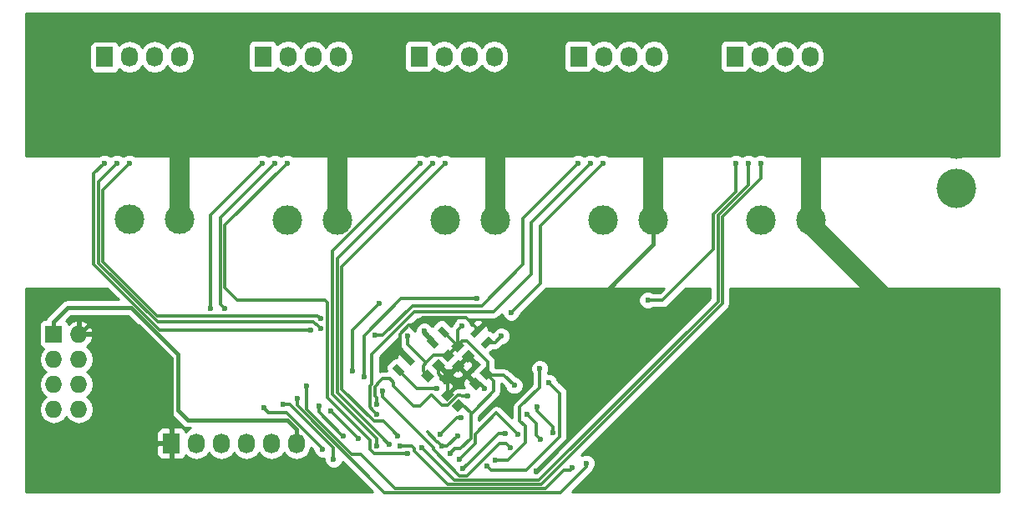
<source format=gbl>
%FSLAX46Y46*%
G04 Gerber Fmt 4.6, Leading zero omitted, Abs format (unit mm)*
G04 Created by KiCad (PCBNEW (2014-09-25 BZR 5147)-product) date mån 17 nov 2014 05:06:59*
%MOMM*%
G01*
G04 APERTURE LIST*
%ADD10C,0.100000*%
%ADD11R,1.727200X2.032000*%
%ADD12O,1.727200X2.032000*%
%ADD13R,1.727200X1.727200*%
%ADD14O,1.727200X1.727200*%
%ADD15C,4.000000*%
%ADD16C,2.999740*%
%ADD17C,0.600000*%
%ADD18C,2.000000*%
%ADD19C,0.300000*%
%ADD20C,0.400000*%
%ADD21C,0.254000*%
G04 APERTURE END LIST*
D10*
G36*
X142140092Y-94432448D02*
X141432448Y-95140092D01*
X140796646Y-94504290D01*
X141504290Y-93796646D01*
X142140092Y-94432448D01*
X142140092Y-94432448D01*
G37*
G36*
X143203354Y-95495710D02*
X142495710Y-96203354D01*
X141859908Y-95567552D01*
X142567552Y-94859908D01*
X143203354Y-95495710D01*
X143203354Y-95495710D01*
G37*
G36*
X145367552Y-96940092D02*
X144659908Y-96232448D01*
X145295710Y-95596646D01*
X146003354Y-96304290D01*
X145367552Y-96940092D01*
X145367552Y-96940092D01*
G37*
G36*
X144304290Y-98003354D02*
X143596646Y-97295710D01*
X144232448Y-96659908D01*
X144940092Y-97367552D01*
X144304290Y-98003354D01*
X144304290Y-98003354D01*
G37*
G36*
X141859908Y-99567552D02*
X142567552Y-98859908D01*
X143203354Y-99495710D01*
X142495710Y-100203354D01*
X141859908Y-99567552D01*
X141859908Y-99567552D01*
G37*
G36*
X140796646Y-98504290D02*
X141504290Y-97796646D01*
X142140092Y-98432448D01*
X141432448Y-99140092D01*
X140796646Y-98504290D01*
X140796646Y-98504290D01*
G37*
G36*
X143140092Y-93432448D02*
X142432448Y-94140092D01*
X141796646Y-93504290D01*
X142504290Y-92796646D01*
X143140092Y-93432448D01*
X143140092Y-93432448D01*
G37*
G36*
X144203354Y-94495710D02*
X143495710Y-95203354D01*
X142859908Y-94567552D01*
X143567552Y-93859908D01*
X144203354Y-94495710D01*
X144203354Y-94495710D01*
G37*
G36*
X139432448Y-95859908D02*
X140140092Y-96567552D01*
X139504290Y-97203354D01*
X138796646Y-96495710D01*
X139432448Y-95859908D01*
X139432448Y-95859908D01*
G37*
G36*
X140495710Y-94796646D02*
X141203354Y-95504290D01*
X140567552Y-96140092D01*
X139859908Y-95432448D01*
X140495710Y-94796646D01*
X140495710Y-94796646D01*
G37*
D11*
X113450000Y-103400000D03*
D12*
X115990000Y-103400000D03*
X118530000Y-103400000D03*
X121070000Y-103400000D03*
X123610000Y-103400000D03*
X126150000Y-103400000D03*
D13*
X101530000Y-92290000D03*
D14*
X104070000Y-92290000D03*
X101530000Y-94830000D03*
X104070000Y-94830000D03*
X101530000Y-97370000D03*
X104070000Y-97370000D03*
X101530000Y-99910000D03*
X104070000Y-99910000D03*
D11*
X106680000Y-64135000D03*
D12*
X109220000Y-64135000D03*
X111760000Y-64135000D03*
X114300000Y-64135000D03*
D11*
X122750000Y-64100000D03*
D12*
X125290000Y-64100000D03*
X127830000Y-64100000D03*
X130370000Y-64100000D03*
D11*
X138550000Y-64100000D03*
D12*
X141090000Y-64100000D03*
X143630000Y-64100000D03*
X146170000Y-64100000D03*
D11*
X154750000Y-64100000D03*
D12*
X157290000Y-64100000D03*
X159830000Y-64100000D03*
X162370000Y-64100000D03*
D11*
X170550000Y-64100000D03*
D12*
X173090000Y-64100000D03*
X175630000Y-64100000D03*
X178170000Y-64100000D03*
D10*
G36*
X140859210Y-91432567D02*
X141667433Y-92240790D01*
X141218420Y-92689803D01*
X140410197Y-91881580D01*
X140859210Y-91432567D01*
X140859210Y-91432567D01*
G37*
G36*
X139781580Y-92510197D02*
X140589803Y-93318420D01*
X140140790Y-93767433D01*
X139332567Y-92959210D01*
X139781580Y-92510197D01*
X139781580Y-92510197D01*
G37*
G36*
X146067433Y-92959210D02*
X145259210Y-93767433D01*
X144810197Y-93318420D01*
X145618420Y-92510197D01*
X146067433Y-92959210D01*
X146067433Y-92959210D01*
G37*
G36*
X144989803Y-91881580D02*
X144181580Y-92689803D01*
X143732567Y-92240790D01*
X144540790Y-91432567D01*
X144989803Y-91881580D01*
X144989803Y-91881580D01*
G37*
G36*
X136640790Y-96567433D02*
X135832567Y-95759210D01*
X136281580Y-95310197D01*
X137089803Y-96118420D01*
X136640790Y-96567433D01*
X136640790Y-96567433D01*
G37*
G36*
X137718420Y-95489803D02*
X136910197Y-94681580D01*
X137359210Y-94232567D01*
X138167433Y-95040790D01*
X137718420Y-95489803D01*
X137718420Y-95489803D01*
G37*
D15*
X193000000Y-72500000D03*
X193000000Y-77500000D03*
D16*
X114300000Y-80645000D03*
X109220000Y-80645000D03*
X130300000Y-80700000D03*
X125220000Y-80700000D03*
X146300000Y-80700000D03*
X141220000Y-80700000D03*
X162300000Y-80700000D03*
X157220000Y-80700000D03*
X178300000Y-80700000D03*
X173220000Y-80700000D03*
D17*
X113665000Y-70485000D03*
X109220000Y-70485000D03*
X125220000Y-70485000D03*
X129665000Y-70485000D03*
X140900000Y-96700000D03*
X142300000Y-97600000D03*
X145200000Y-97800000D03*
X144200000Y-95300000D03*
X138100000Y-91400000D03*
X186400000Y-89300000D03*
X150400000Y-106200000D03*
X109220000Y-68580000D03*
X109220000Y-67945000D03*
X109220000Y-69850000D03*
X109220000Y-69215000D03*
X113665000Y-68580000D03*
X113665000Y-67945000D03*
X113665000Y-69850000D03*
X113665000Y-69215000D03*
X118110000Y-70485000D03*
X118110000Y-68580000D03*
X118110000Y-67945000D03*
X118110000Y-69850000D03*
X118110000Y-69215000D03*
X125095000Y-68580000D03*
X125220000Y-67945000D03*
X125095000Y-69850000D03*
X125220000Y-69215000D03*
X129540000Y-68580000D03*
X129665000Y-67945000D03*
X129540000Y-69850000D03*
X129665000Y-69215000D03*
X134110000Y-70485000D03*
X133985000Y-68580000D03*
X134110000Y-67945000D03*
X133985000Y-69850000D03*
X134110000Y-69215000D03*
X141220000Y-70485000D03*
X145665000Y-70485000D03*
X141605000Y-68580000D03*
X141220000Y-67945000D03*
X141605000Y-69850000D03*
X141220000Y-69215000D03*
X146050000Y-68580000D03*
X145665000Y-67945000D03*
X146050000Y-69850000D03*
X145665000Y-69215000D03*
X150110000Y-70485000D03*
X157220000Y-70485000D03*
X161665000Y-70485000D03*
X150495000Y-68580000D03*
X150110000Y-67945000D03*
X150495000Y-69850000D03*
X150110000Y-69215000D03*
X157480000Y-68580000D03*
X157220000Y-67945000D03*
X157480000Y-69850000D03*
X157220000Y-69215000D03*
X161925000Y-68580000D03*
X161665000Y-67945000D03*
X161925000Y-69850000D03*
X161665000Y-69215000D03*
X166110000Y-70485000D03*
X173220000Y-70485000D03*
X177665000Y-70485000D03*
X182110000Y-70485000D03*
X166370000Y-68580000D03*
X166110000Y-67945000D03*
X166370000Y-69850000D03*
X166110000Y-69215000D03*
X173355000Y-68580000D03*
X173220000Y-67945000D03*
X173355000Y-69850000D03*
X173220000Y-69215000D03*
X177800000Y-68580000D03*
X177665000Y-67945000D03*
X177800000Y-69850000D03*
X177665000Y-69215000D03*
X182245000Y-68580000D03*
X182110000Y-67945000D03*
X182245000Y-69850000D03*
X182110000Y-69215000D03*
X141692790Y-104394593D03*
X148200000Y-97500000D03*
X142900000Y-91500000D03*
X137400000Y-92500000D03*
X139100000Y-92000000D03*
X131800000Y-96000000D03*
X134500000Y-89200000D03*
X146900000Y-92500000D03*
X133000000Y-96600000D03*
X144400000Y-88685490D03*
X147300000Y-102400000D03*
X143016816Y-105985442D03*
X148600000Y-102500000D03*
X142618045Y-105037085D03*
X129600000Y-100085490D03*
X132400000Y-102900000D03*
X128400000Y-99600000D03*
X130900000Y-102600000D03*
X127200000Y-97600000D03*
X154100000Y-105900000D03*
X150900000Y-103000000D03*
X149500000Y-100400000D03*
X126200000Y-98800000D03*
X155500000Y-105400000D03*
X152100000Y-102300000D03*
X150500000Y-99700000D03*
X142800000Y-100800000D03*
X124800000Y-99400000D03*
X129900000Y-105000000D03*
X140700000Y-102500000D03*
X146300000Y-105100000D03*
X150800000Y-95800000D03*
X122800000Y-99800000D03*
X128800000Y-104000000D03*
X140900000Y-103700000D03*
X142500000Y-102600000D03*
X145445825Y-105664645D03*
X151700000Y-97200000D03*
X106680000Y-74930000D03*
X127588544Y-91864655D03*
X143494758Y-98594758D03*
X128585480Y-91709013D03*
X107950000Y-74930000D03*
X134300000Y-99400000D03*
X109220000Y-74930000D03*
X128585480Y-90700000D03*
X134900000Y-98100000D03*
X147800000Y-103800000D03*
X122680000Y-74930000D03*
X117400000Y-89700000D03*
X123950000Y-74930000D03*
X118900000Y-89700000D03*
X125220000Y-74930000D03*
X137438554Y-104446277D03*
X138680000Y-74930000D03*
X134300840Y-103657839D03*
X139950000Y-74930000D03*
X135500000Y-103500000D03*
X141220000Y-74930000D03*
X136400000Y-102600000D03*
X154680000Y-74930000D03*
X134100000Y-92400000D03*
X155950000Y-74930000D03*
X134297762Y-100427047D03*
X157220000Y-74930000D03*
X147900000Y-90100000D03*
X170680000Y-74930000D03*
X161744758Y-88844758D03*
X171950000Y-74930000D03*
X138800000Y-103800000D03*
X173220000Y-74930000D03*
X136600000Y-103700000D03*
X140400000Y-97800000D03*
D18*
X114300000Y-80645000D02*
X114300000Y-73025000D01*
X178300000Y-80645000D02*
X178300000Y-73025000D01*
X162300000Y-80645000D02*
X162300000Y-73025000D01*
X130300000Y-80645000D02*
X130300000Y-73025000D01*
X146300000Y-80645000D02*
X146300000Y-73025000D01*
D19*
X142531631Y-95531631D02*
X143531631Y-94531631D01*
X142063262Y-96000000D02*
X142531631Y-95531631D01*
X141000000Y-96000000D02*
X142063262Y-96000000D01*
X140531631Y-95531631D02*
X141000000Y-96000000D01*
X140531631Y-95468369D02*
X140531631Y-95531631D01*
X142531631Y-95594893D02*
X144468369Y-97531631D01*
X142531631Y-95531631D02*
X142531631Y-95594893D01*
X141468369Y-96594893D02*
X142531631Y-95531631D01*
X141468369Y-98468369D02*
X141468369Y-96594893D01*
X140531631Y-96331631D02*
X140900000Y-96700000D01*
X140531631Y-95468369D02*
X140531631Y-96331631D01*
X141468369Y-98431631D02*
X141468369Y-98468369D01*
X142300000Y-97600000D02*
X141468369Y-98431631D01*
X144731631Y-97331631D02*
X145200000Y-97800000D01*
X144268369Y-97331631D02*
X144731631Y-97331631D01*
X143531631Y-94631631D02*
X144200000Y-95300000D01*
X143531631Y-94531631D02*
X143531631Y-94631631D01*
X137177630Y-94500000D02*
X137538815Y-94861185D01*
X136900000Y-94500000D02*
X137177630Y-94500000D01*
X136600000Y-94200000D02*
X136900000Y-94500000D01*
X136600000Y-92271383D02*
X136600000Y-94200000D01*
X137471383Y-91400000D02*
X136600000Y-92271383D01*
X138100000Y-91400000D02*
X137471383Y-91400000D01*
X144361185Y-91612173D02*
X143349012Y-90600000D01*
X144361185Y-92061185D02*
X144361185Y-91612173D01*
X138900000Y-90600000D02*
X138100000Y-91400000D01*
X143349012Y-90600000D02*
X138900000Y-90600000D01*
D18*
X178300000Y-81200000D02*
X178300000Y-80700000D01*
X186400000Y-89300000D02*
X178300000Y-81200000D01*
D20*
X145322370Y-91100000D02*
X144361185Y-92061185D01*
X146900000Y-91100000D02*
X145322370Y-91100000D01*
X147400000Y-91600000D02*
X146900000Y-91100000D01*
X153900000Y-91600000D02*
X147400000Y-91600000D01*
X162300000Y-83200000D02*
X153900000Y-91600000D01*
X162300000Y-80700000D02*
X162300000Y-83200000D01*
X113450000Y-94750000D02*
X113450000Y-103400000D01*
X110126401Y-91426401D02*
X113450000Y-94750000D01*
X104933599Y-91426401D02*
X110126401Y-91426401D01*
X104070000Y-92290000D02*
X104933599Y-91426401D01*
X153900000Y-91600000D02*
X153900000Y-102700000D01*
X153900000Y-102700000D02*
X150844499Y-105755501D01*
X150844499Y-105755501D02*
X150400000Y-106200000D01*
D19*
X143800000Y-100400000D02*
X143800000Y-100300000D01*
X143800000Y-100300000D02*
X143031631Y-99531631D01*
X143031631Y-99531631D02*
X142531631Y-99531631D01*
X143800000Y-100445488D02*
X143800000Y-100400000D01*
X145531631Y-96468369D02*
X146100000Y-97036738D01*
X146100000Y-98100000D02*
X144218790Y-99981210D01*
X146100000Y-97036738D02*
X146100000Y-98100000D01*
X143800000Y-102900000D02*
X142749906Y-103950094D01*
X142749906Y-103950094D02*
X142137289Y-103950094D01*
X142137289Y-103950094D02*
X141692790Y-104394593D01*
X143800000Y-100445488D02*
X143800000Y-102900000D01*
X143800000Y-100400000D02*
X144218790Y-99981210D01*
X142468369Y-93468369D02*
X141468369Y-94468369D01*
X145531631Y-95131631D02*
X145531631Y-96468369D01*
X143400000Y-93000000D02*
X145531631Y-95131631D01*
X142936738Y-93000000D02*
X143400000Y-93000000D01*
X142468369Y-93468369D02*
X142936738Y-93000000D01*
X139000000Y-96063262D02*
X139468369Y-96531631D01*
X139000000Y-95500000D02*
X139000000Y-96063262D01*
X139300000Y-95200000D02*
X139000000Y-95500000D01*
X140031631Y-94468369D02*
X139300000Y-95200000D01*
X141468369Y-94468369D02*
X140031631Y-94468369D01*
X147168369Y-96468369D02*
X148200000Y-97500000D01*
X145531631Y-96468369D02*
X147168369Y-96468369D01*
X142468369Y-91931631D02*
X142900000Y-91500000D01*
X142468369Y-93468369D02*
X142468369Y-91931631D01*
X141061185Y-92061185D02*
X142468369Y-93468369D01*
X141038815Y-92061185D02*
X141061185Y-92061185D01*
X137400000Y-93128617D02*
X137400000Y-92500000D01*
X139300000Y-95200000D02*
X137400000Y-93300000D01*
X137400000Y-93300000D02*
X137400000Y-93128617D01*
D20*
X101530000Y-91026400D02*
X101530000Y-92290000D01*
X109347341Y-89600000D02*
X102956400Y-89600000D01*
X114100000Y-100000000D02*
X114100000Y-94352659D01*
X114100000Y-94352659D02*
X109347341Y-89600000D01*
X115100000Y-101000000D02*
X114100000Y-100000000D01*
X125200000Y-101000000D02*
X115100000Y-101000000D01*
X102956400Y-89600000D02*
X101530000Y-91026400D01*
X126143609Y-101943609D02*
X125200000Y-101000000D01*
X126150000Y-101943609D02*
X126143609Y-101943609D01*
X126150000Y-103400000D02*
X126150000Y-101943609D01*
D19*
X139961185Y-92961185D02*
X139961185Y-92861185D01*
X139544499Y-92444499D02*
X139100000Y-92000000D01*
X139961185Y-93138815D02*
X139100000Y-92277630D01*
X139961185Y-92861185D02*
X139544499Y-92444499D01*
X139100000Y-92277630D02*
X139100000Y-92000000D01*
X131800000Y-91900000D02*
X134500000Y-89200000D01*
X131800000Y-96000000D02*
X131800000Y-91900000D01*
X146261185Y-93138815D02*
X146900000Y-92500000D01*
X145438815Y-93138815D02*
X146261185Y-93138815D01*
X136757048Y-88685490D02*
X144400000Y-88685490D01*
X133000000Y-92442538D02*
X136757048Y-88685490D01*
X133000000Y-96600000D02*
X133000000Y-92442538D01*
X121070000Y-103400000D02*
X121070000Y-103552400D01*
X146602258Y-102400000D02*
X143461315Y-105540943D01*
X143461315Y-105540943D02*
X143016816Y-105985442D01*
X147300000Y-102400000D02*
X146602258Y-102400000D01*
X123610000Y-103400000D02*
X123610000Y-103552400D01*
X146400000Y-100300000D02*
X146393982Y-100300000D01*
X146393982Y-100300000D02*
X144220010Y-102473972D01*
X144220010Y-102473972D02*
X144220010Y-103435120D01*
X148600000Y-102500000D02*
X146400000Y-100300000D01*
X144220010Y-103435120D02*
X143062544Y-104592586D01*
X143062544Y-104592586D02*
X142618045Y-105037085D01*
X130044499Y-100544499D02*
X132400000Y-102900000D01*
X130044499Y-100529989D02*
X130044499Y-100544499D01*
X129600000Y-100085490D02*
X130044499Y-100529989D01*
X130771383Y-102600000D02*
X130900000Y-102600000D01*
X128400000Y-100228617D02*
X130771383Y-102600000D01*
X128400000Y-99600000D02*
X128400000Y-100228617D01*
X151340027Y-107959973D02*
X153200000Y-106100000D01*
X136159973Y-107959973D02*
X151340027Y-107959973D01*
X132700000Y-104500000D02*
X136159973Y-107959973D01*
X131742538Y-104500000D02*
X132700000Y-104500000D01*
X127200000Y-99957462D02*
X131742538Y-104500000D01*
X127200000Y-97600000D02*
X127200000Y-99957462D01*
X153900000Y-106100000D02*
X154100000Y-105900000D01*
X153200000Y-106100000D02*
X153900000Y-106100000D01*
X150455501Y-101355501D02*
X149500000Y-100400000D01*
X150455501Y-102555501D02*
X150455501Y-101355501D01*
X150900000Y-103000000D02*
X150455501Y-102555501D01*
X135028539Y-108379983D02*
X151820017Y-108379983D01*
X126200000Y-99551444D02*
X135028539Y-108379983D01*
X126200000Y-98800000D02*
X126200000Y-99551444D01*
X155500000Y-105800000D02*
X155500000Y-105400000D01*
X152920017Y-108379983D02*
X155500000Y-105800000D01*
X151820017Y-108379983D02*
X152920017Y-108379983D01*
X150500000Y-100071383D02*
X150500000Y-99700000D01*
X152100000Y-101671383D02*
X150500000Y-100071383D01*
X152100000Y-102300000D02*
X152100000Y-101671383D01*
X140700000Y-102500000D02*
X142400000Y-100800000D01*
X142400000Y-100800000D02*
X142800000Y-100800000D01*
X129900000Y-103845426D02*
X129900000Y-105000000D01*
X125454574Y-99400000D02*
X129900000Y-103845426D01*
X124800000Y-99400000D02*
X125454574Y-99400000D01*
X149314501Y-103342961D02*
X149314501Y-101614501D01*
X147557462Y-105100000D02*
X149314501Y-103342961D01*
X146300000Y-105100000D02*
X147557462Y-105100000D01*
X148785499Y-101085499D02*
X148785499Y-99714501D01*
X149314501Y-101614501D02*
X148785499Y-101085499D01*
X150800000Y-97700000D02*
X150800000Y-95800000D01*
X148785499Y-99714501D02*
X150800000Y-97700000D01*
X128800000Y-103928915D02*
X128800000Y-104000000D01*
X125115584Y-100244499D02*
X128800000Y-103928915D01*
X123244499Y-100244499D02*
X125115584Y-100244499D01*
X122800000Y-99800000D02*
X123244499Y-100244499D01*
X140398039Y-103255501D02*
X139400000Y-102257462D01*
X140455501Y-103255501D02*
X140398039Y-103255501D01*
X140900000Y-103700000D02*
X140455501Y-103255501D01*
X141400000Y-103700000D02*
X142500000Y-102600000D01*
X140900000Y-103700000D02*
X141400000Y-103700000D01*
X145890324Y-106109144D02*
X149390856Y-106109144D01*
X145445825Y-105664645D02*
X145890324Y-106109144D01*
X152814501Y-98314501D02*
X151700000Y-97200000D01*
X152814501Y-102685499D02*
X152814501Y-98314501D01*
X149390856Y-106109144D02*
X152814501Y-102685499D01*
X106680000Y-74930000D02*
X105600000Y-76010000D01*
X112276690Y-91864655D02*
X126959927Y-91864655D01*
X105600000Y-85187965D02*
X112276690Y-91864655D01*
X105600000Y-76010000D02*
X105600000Y-85187965D01*
X126959927Y-91864655D02*
X127588544Y-91864655D01*
X134385499Y-97314501D02*
X134900000Y-96800000D01*
X134900000Y-96800000D02*
X135600000Y-96800000D01*
X135600000Y-96800000D02*
X136000000Y-97200000D01*
X136000000Y-97200000D02*
X136000000Y-97600000D01*
X138700000Y-99600000D02*
X139800000Y-98500000D01*
X139800000Y-98500000D02*
X139900000Y-98500000D01*
X136000000Y-97600000D02*
X138000000Y-99600000D01*
X142771383Y-98500000D02*
X142866141Y-98594758D01*
X138000000Y-99600000D02*
X138700000Y-99600000D01*
X139900000Y-98500000D02*
X140900000Y-99500000D01*
X140900000Y-99500000D02*
X141501719Y-99500000D01*
X142501719Y-98500000D02*
X142771383Y-98500000D01*
X141501719Y-99500000D02*
X142501719Y-98500000D01*
X142866141Y-98594758D02*
X143494758Y-98594758D01*
X128140981Y-91264514D02*
X128585480Y-91709013D01*
X107950000Y-74930000D02*
X106100000Y-76780000D01*
X112048978Y-91042961D02*
X127870979Y-91042961D01*
X128092532Y-91264514D02*
X128140981Y-91264514D01*
X106100000Y-76780000D02*
X106100000Y-85093983D01*
X127870979Y-91042961D02*
X128092532Y-91264514D01*
X106100000Y-85093983D02*
X112048978Y-91042961D01*
X134385491Y-97314501D02*
X134385499Y-97314501D01*
X134385499Y-97314501D02*
X134385491Y-97314501D01*
X134385499Y-97357039D02*
X134085499Y-97657039D01*
X134300000Y-98771383D02*
X134300000Y-99400000D01*
X134085499Y-98556882D02*
X134300000Y-98771383D01*
X134385499Y-97314501D02*
X134385499Y-97357039D01*
X134085499Y-97657039D02*
X134085499Y-98556882D01*
X109220000Y-74930000D02*
X106520010Y-77629990D01*
X106520010Y-77629990D02*
X106520010Y-84920010D01*
X128299981Y-90414501D02*
X128585480Y-90700000D01*
X112014501Y-90414501D02*
X128299981Y-90414501D01*
X106520010Y-84920010D02*
X112014501Y-90414501D01*
X147400000Y-103400000D02*
X147800000Y-103800000D01*
X146700000Y-103400000D02*
X147400000Y-103400000D01*
X143400057Y-106699943D02*
X146700000Y-103400000D01*
X142673855Y-106699943D02*
X143400057Y-106699943D01*
X140000000Y-103800000D02*
X140000000Y-104026088D01*
X140000000Y-104026088D02*
X142673855Y-106699943D01*
X134900000Y-98700000D02*
X140000000Y-103800000D01*
X134900000Y-98100000D02*
X134900000Y-98700000D01*
X122680000Y-74930000D02*
X117400000Y-80210000D01*
X117400000Y-89071383D02*
X117400000Y-89700000D01*
X117400000Y-80210000D02*
X117400000Y-89071383D01*
X118455501Y-80424499D02*
X118455501Y-89255501D01*
X123950000Y-74930000D02*
X118455501Y-80424499D01*
X118455501Y-89255501D02*
X118900000Y-89700000D01*
X118900000Y-87600000D02*
X120100000Y-88800000D01*
X133586339Y-103043801D02*
X133586339Y-104000800D01*
X134031816Y-104446277D02*
X136809937Y-104446277D01*
X120100000Y-88800000D02*
X128987797Y-88800000D01*
X136809937Y-104446277D02*
X137438554Y-104446277D01*
X133586339Y-104000800D02*
X134031816Y-104446277D01*
X129300000Y-89112203D02*
X129300000Y-98757462D01*
X125220000Y-74930000D02*
X118900000Y-81250000D01*
X118900000Y-81250000D02*
X118900000Y-87600000D01*
X128987797Y-88800000D02*
X129300000Y-89112203D01*
X129300000Y-98757462D02*
X133586339Y-103043801D01*
X129800000Y-98371383D02*
X134300840Y-102872223D01*
X134300840Y-102872223D02*
X134300840Y-103029222D01*
X129800000Y-83810000D02*
X129800000Y-98371383D01*
X134300840Y-103029222D02*
X134300840Y-103657839D01*
X138680000Y-74930000D02*
X129800000Y-83810000D01*
X135055501Y-103055501D02*
X135500000Y-103500000D01*
X139950000Y-74930000D02*
X130300000Y-84580000D01*
X130300000Y-84580000D02*
X130300000Y-98200000D01*
X130300000Y-98200000D02*
X135055501Y-102955501D01*
X135055501Y-102955501D02*
X135055501Y-103055501D01*
X135955501Y-102155501D02*
X136400000Y-102600000D01*
X133984086Y-101141548D02*
X134941548Y-101141548D01*
X130720010Y-97877472D02*
X133984086Y-101141548D01*
X141220000Y-74930000D02*
X130720010Y-85429990D01*
X130720010Y-85429990D02*
X130720010Y-97877472D01*
X134941548Y-101141548D02*
X135955501Y-102155501D01*
X134900000Y-92400000D02*
X134100000Y-92400000D01*
X137900000Y-89400000D02*
X134900000Y-92400000D01*
X144900000Y-89400000D02*
X137900000Y-89400000D01*
X149067517Y-85232483D02*
X144900000Y-89400000D01*
X149067517Y-80542483D02*
X149067517Y-85232483D01*
X154680000Y-74930000D02*
X149067517Y-80542483D01*
X133785499Y-94314501D02*
X133785499Y-97363056D01*
X146100000Y-90000000D02*
X138100000Y-90000000D01*
X149920480Y-86179520D02*
X146100000Y-90000000D01*
X133585499Y-97563056D02*
X133585499Y-99714784D01*
X133585499Y-99714784D02*
X133853263Y-99982548D01*
X149920480Y-80959520D02*
X149920480Y-86179520D01*
X133853263Y-99982548D02*
X134297762Y-100427047D01*
X155950000Y-74930000D02*
X149920480Y-80959520D01*
X133785499Y-97363056D02*
X133585499Y-97563056D01*
X138100000Y-90000000D02*
X133785499Y-94314501D01*
X157220000Y-74930000D02*
X150870000Y-81280000D01*
X150870000Y-81280000D02*
X150870000Y-87130000D01*
X150870000Y-87130000D02*
X148344499Y-89655501D01*
X148344499Y-89655501D02*
X147900000Y-90100000D01*
X163255242Y-88844758D02*
X161744758Y-88844758D01*
X168400000Y-80100000D02*
X168400000Y-83700000D01*
X170680000Y-77820000D02*
X168400000Y-80100000D01*
X168400000Y-83700000D02*
X163255242Y-88844758D01*
X170680000Y-74930000D02*
X170680000Y-77820000D01*
X150737509Y-107119953D02*
X142119953Y-107119953D01*
X171950000Y-74930000D02*
X171950000Y-77143982D01*
X139244499Y-104244499D02*
X138800000Y-103800000D01*
X171950000Y-77143982D02*
X168865092Y-80228890D01*
X168865092Y-88992370D02*
X150737509Y-107119953D01*
X168865092Y-80228890D02*
X168865092Y-88992370D01*
X142119953Y-107119953D02*
X139244499Y-104244499D01*
X138085499Y-103942961D02*
X137842538Y-103700000D01*
X169285102Y-80402862D02*
X169285102Y-89214898D01*
X138085499Y-104142961D02*
X138085499Y-103942961D01*
X169285102Y-89214898D02*
X150960037Y-107539963D01*
X137228617Y-103700000D02*
X136600000Y-103700000D01*
X137842538Y-103700000D02*
X137228617Y-103700000D01*
X150960037Y-107539963D02*
X141482501Y-107539963D01*
X173220000Y-74930000D02*
X173220000Y-76467964D01*
X141482501Y-107539963D02*
X138085499Y-104142961D01*
X173220000Y-76467964D02*
X169285102Y-80402862D01*
X139771383Y-97800000D02*
X140400000Y-97800000D01*
X136461185Y-95938815D02*
X138322370Y-97800000D01*
X138322370Y-97800000D02*
X139771383Y-97800000D01*
D21*
G36*
X197315000Y-74168000D02*
X179668600Y-74168000D01*
X179668600Y-64284745D01*
X179668600Y-63915255D01*
X179554526Y-63341766D01*
X179229670Y-62855585D01*
X178743489Y-62530729D01*
X178170000Y-62416655D01*
X177596511Y-62530729D01*
X177110330Y-62855585D01*
X176900000Y-63170365D01*
X176689670Y-62855585D01*
X176203489Y-62530729D01*
X175630000Y-62416655D01*
X175056511Y-62530729D01*
X174570330Y-62855585D01*
X174360000Y-63170365D01*
X174149670Y-62855585D01*
X173663489Y-62530729D01*
X173090000Y-62416655D01*
X172516511Y-62530729D01*
X172030330Y-62855585D01*
X172015499Y-62877780D01*
X171951927Y-62724302D01*
X171773299Y-62545673D01*
X171539910Y-62449000D01*
X171287291Y-62449000D01*
X169560091Y-62449000D01*
X169326702Y-62545673D01*
X169148073Y-62724301D01*
X169051400Y-62957690D01*
X169051400Y-63210309D01*
X169051400Y-65242309D01*
X169148073Y-65475698D01*
X169326701Y-65654327D01*
X169560090Y-65751000D01*
X169812709Y-65751000D01*
X171539909Y-65751000D01*
X171773298Y-65654327D01*
X171951927Y-65475699D01*
X172015500Y-65322220D01*
X172030330Y-65344415D01*
X172516511Y-65669271D01*
X173090000Y-65783345D01*
X173663489Y-65669271D01*
X174149670Y-65344415D01*
X174360000Y-65029634D01*
X174570330Y-65344415D01*
X175056511Y-65669271D01*
X175630000Y-65783345D01*
X176203489Y-65669271D01*
X176689670Y-65344415D01*
X176900000Y-65029634D01*
X177110330Y-65344415D01*
X177596511Y-65669271D01*
X178170000Y-65783345D01*
X178743489Y-65669271D01*
X179229670Y-65344415D01*
X179554526Y-64858234D01*
X179668600Y-64284745D01*
X179668600Y-74168000D01*
X173780466Y-74168000D01*
X173750327Y-74137808D01*
X173406799Y-73995162D01*
X173034833Y-73994838D01*
X172691057Y-74136883D01*
X172659885Y-74168000D01*
X172510466Y-74168000D01*
X172480327Y-74137808D01*
X172136799Y-73995162D01*
X171764833Y-73994838D01*
X171421057Y-74136883D01*
X171389885Y-74168000D01*
X171240466Y-74168000D01*
X171210327Y-74137808D01*
X170866799Y-73995162D01*
X170494833Y-73994838D01*
X170151057Y-74136883D01*
X170119885Y-74168000D01*
X163868600Y-74168000D01*
X163868600Y-64284745D01*
X163868600Y-63915255D01*
X163754526Y-63341766D01*
X163429670Y-62855585D01*
X162943489Y-62530729D01*
X162370000Y-62416655D01*
X161796511Y-62530729D01*
X161310330Y-62855585D01*
X161100000Y-63170365D01*
X160889670Y-62855585D01*
X160403489Y-62530729D01*
X159830000Y-62416655D01*
X159256511Y-62530729D01*
X158770330Y-62855585D01*
X158560000Y-63170365D01*
X158349670Y-62855585D01*
X157863489Y-62530729D01*
X157290000Y-62416655D01*
X156716511Y-62530729D01*
X156230330Y-62855585D01*
X156215499Y-62877780D01*
X156151927Y-62724302D01*
X155973299Y-62545673D01*
X155739910Y-62449000D01*
X155487291Y-62449000D01*
X153760091Y-62449000D01*
X153526702Y-62545673D01*
X153348073Y-62724301D01*
X153251400Y-62957690D01*
X153251400Y-63210309D01*
X153251400Y-65242309D01*
X153348073Y-65475698D01*
X153526701Y-65654327D01*
X153760090Y-65751000D01*
X154012709Y-65751000D01*
X155739909Y-65751000D01*
X155973298Y-65654327D01*
X156151927Y-65475699D01*
X156215500Y-65322220D01*
X156230330Y-65344415D01*
X156716511Y-65669271D01*
X157290000Y-65783345D01*
X157863489Y-65669271D01*
X158349670Y-65344415D01*
X158560000Y-65029634D01*
X158770330Y-65344415D01*
X159256511Y-65669271D01*
X159830000Y-65783345D01*
X160403489Y-65669271D01*
X160889670Y-65344415D01*
X161100000Y-65029634D01*
X161310330Y-65344415D01*
X161796511Y-65669271D01*
X162370000Y-65783345D01*
X162943489Y-65669271D01*
X163429670Y-65344415D01*
X163754526Y-64858234D01*
X163868600Y-64284745D01*
X163868600Y-74168000D01*
X157780466Y-74168000D01*
X157750327Y-74137808D01*
X157406799Y-73995162D01*
X157034833Y-73994838D01*
X156691057Y-74136883D01*
X156659885Y-74168000D01*
X156510466Y-74168000D01*
X156480327Y-74137808D01*
X156136799Y-73995162D01*
X155764833Y-73994838D01*
X155421057Y-74136883D01*
X155389885Y-74168000D01*
X155240466Y-74168000D01*
X155210327Y-74137808D01*
X154866799Y-73995162D01*
X154494833Y-73994838D01*
X154151057Y-74136883D01*
X154119885Y-74168000D01*
X147668600Y-74168000D01*
X147668600Y-64284745D01*
X147668600Y-63915255D01*
X147554526Y-63341766D01*
X147229670Y-62855585D01*
X146743489Y-62530729D01*
X146170000Y-62416655D01*
X145596511Y-62530729D01*
X145110330Y-62855585D01*
X144900000Y-63170365D01*
X144689670Y-62855585D01*
X144203489Y-62530729D01*
X143630000Y-62416655D01*
X143056511Y-62530729D01*
X142570330Y-62855585D01*
X142360000Y-63170365D01*
X142149670Y-62855585D01*
X141663489Y-62530729D01*
X141090000Y-62416655D01*
X140516511Y-62530729D01*
X140030330Y-62855585D01*
X140015499Y-62877780D01*
X139951927Y-62724302D01*
X139773299Y-62545673D01*
X139539910Y-62449000D01*
X139287291Y-62449000D01*
X137560091Y-62449000D01*
X137326702Y-62545673D01*
X137148073Y-62724301D01*
X137051400Y-62957690D01*
X137051400Y-63210309D01*
X137051400Y-65242309D01*
X137148073Y-65475698D01*
X137326701Y-65654327D01*
X137560090Y-65751000D01*
X137812709Y-65751000D01*
X139539909Y-65751000D01*
X139773298Y-65654327D01*
X139951927Y-65475699D01*
X140015500Y-65322220D01*
X140030330Y-65344415D01*
X140516511Y-65669271D01*
X141090000Y-65783345D01*
X141663489Y-65669271D01*
X142149670Y-65344415D01*
X142360000Y-65029634D01*
X142570330Y-65344415D01*
X143056511Y-65669271D01*
X143630000Y-65783345D01*
X144203489Y-65669271D01*
X144689670Y-65344415D01*
X144900000Y-65029634D01*
X145110330Y-65344415D01*
X145596511Y-65669271D01*
X146170000Y-65783345D01*
X146743489Y-65669271D01*
X147229670Y-65344415D01*
X147554526Y-64858234D01*
X147668600Y-64284745D01*
X147668600Y-74168000D01*
X141780466Y-74168000D01*
X141750327Y-74137808D01*
X141406799Y-73995162D01*
X141034833Y-73994838D01*
X140691057Y-74136883D01*
X140659885Y-74168000D01*
X140510466Y-74168000D01*
X140480327Y-74137808D01*
X140136799Y-73995162D01*
X139764833Y-73994838D01*
X139421057Y-74136883D01*
X139389885Y-74168000D01*
X139240466Y-74168000D01*
X139210327Y-74137808D01*
X138866799Y-73995162D01*
X138494833Y-73994838D01*
X138151057Y-74136883D01*
X138119885Y-74168000D01*
X131868600Y-74168000D01*
X131868600Y-64284745D01*
X131868600Y-63915255D01*
X131754526Y-63341766D01*
X131429670Y-62855585D01*
X130943489Y-62530729D01*
X130370000Y-62416655D01*
X129796511Y-62530729D01*
X129310330Y-62855585D01*
X129100000Y-63170365D01*
X128889670Y-62855585D01*
X128403489Y-62530729D01*
X127830000Y-62416655D01*
X127256511Y-62530729D01*
X126770330Y-62855585D01*
X126560000Y-63170365D01*
X126349670Y-62855585D01*
X125863489Y-62530729D01*
X125290000Y-62416655D01*
X124716511Y-62530729D01*
X124230330Y-62855585D01*
X124215499Y-62877780D01*
X124151927Y-62724302D01*
X123973299Y-62545673D01*
X123739910Y-62449000D01*
X123487291Y-62449000D01*
X121760091Y-62449000D01*
X121526702Y-62545673D01*
X121348073Y-62724301D01*
X121251400Y-62957690D01*
X121251400Y-63210309D01*
X121251400Y-65242309D01*
X121348073Y-65475698D01*
X121526701Y-65654327D01*
X121760090Y-65751000D01*
X122012709Y-65751000D01*
X123739909Y-65751000D01*
X123973298Y-65654327D01*
X124151927Y-65475699D01*
X124215500Y-65322220D01*
X124230330Y-65344415D01*
X124716511Y-65669271D01*
X125290000Y-65783345D01*
X125863489Y-65669271D01*
X126349670Y-65344415D01*
X126560000Y-65029634D01*
X126770330Y-65344415D01*
X127256511Y-65669271D01*
X127830000Y-65783345D01*
X128403489Y-65669271D01*
X128889670Y-65344415D01*
X129100000Y-65029634D01*
X129310330Y-65344415D01*
X129796511Y-65669271D01*
X130370000Y-65783345D01*
X130943489Y-65669271D01*
X131429670Y-65344415D01*
X131754526Y-64858234D01*
X131868600Y-64284745D01*
X131868600Y-74168000D01*
X125780466Y-74168000D01*
X125750327Y-74137808D01*
X125406799Y-73995162D01*
X125034833Y-73994838D01*
X124691057Y-74136883D01*
X124659885Y-74168000D01*
X124510466Y-74168000D01*
X124480327Y-74137808D01*
X124136799Y-73995162D01*
X123764833Y-73994838D01*
X123421057Y-74136883D01*
X123389885Y-74168000D01*
X123240466Y-74168000D01*
X123210327Y-74137808D01*
X122866799Y-73995162D01*
X122494833Y-73994838D01*
X122151057Y-74136883D01*
X122119885Y-74168000D01*
X115798600Y-74168000D01*
X115798600Y-64319745D01*
X115798600Y-63950255D01*
X115684526Y-63376766D01*
X115359670Y-62890585D01*
X114873489Y-62565729D01*
X114300000Y-62451655D01*
X113726511Y-62565729D01*
X113240330Y-62890585D01*
X113030000Y-63205365D01*
X112819670Y-62890585D01*
X112333489Y-62565729D01*
X111760000Y-62451655D01*
X111186511Y-62565729D01*
X110700330Y-62890585D01*
X110490000Y-63205365D01*
X110279670Y-62890585D01*
X109793489Y-62565729D01*
X109220000Y-62451655D01*
X108646511Y-62565729D01*
X108160330Y-62890585D01*
X108145499Y-62912780D01*
X108081927Y-62759302D01*
X107903299Y-62580673D01*
X107669910Y-62484000D01*
X107417291Y-62484000D01*
X105690091Y-62484000D01*
X105456702Y-62580673D01*
X105278073Y-62759301D01*
X105181400Y-62992690D01*
X105181400Y-63245309D01*
X105181400Y-65277309D01*
X105278073Y-65510698D01*
X105456701Y-65689327D01*
X105690090Y-65786000D01*
X105942709Y-65786000D01*
X107669909Y-65786000D01*
X107903298Y-65689327D01*
X108081927Y-65510699D01*
X108145500Y-65357220D01*
X108160330Y-65379415D01*
X108646511Y-65704271D01*
X109220000Y-65818345D01*
X109793489Y-65704271D01*
X110279670Y-65379415D01*
X110490000Y-65064634D01*
X110700330Y-65379415D01*
X111186511Y-65704271D01*
X111760000Y-65818345D01*
X112333489Y-65704271D01*
X112819670Y-65379415D01*
X113030000Y-65064634D01*
X113240330Y-65379415D01*
X113726511Y-65704271D01*
X114300000Y-65818345D01*
X114873489Y-65704271D01*
X115359670Y-65379415D01*
X115684526Y-64893234D01*
X115798600Y-64319745D01*
X115798600Y-74168000D01*
X109780466Y-74168000D01*
X109750327Y-74137808D01*
X109406799Y-73995162D01*
X109034833Y-73994838D01*
X108691057Y-74136883D01*
X108659885Y-74168000D01*
X108510466Y-74168000D01*
X108480327Y-74137808D01*
X108136799Y-73995162D01*
X107764833Y-73994838D01*
X107421057Y-74136883D01*
X107389885Y-74168000D01*
X107240466Y-74168000D01*
X107210327Y-74137808D01*
X106866799Y-73995162D01*
X106494833Y-73994838D01*
X106151057Y-74136883D01*
X106119885Y-74168000D01*
X98687000Y-74168000D01*
X98687000Y-59722000D01*
X197315000Y-59722000D01*
X197315000Y-74168000D01*
X197315000Y-74168000D01*
G37*
X197315000Y-74168000D02*
X179668600Y-74168000D01*
X179668600Y-64284745D01*
X179668600Y-63915255D01*
X179554526Y-63341766D01*
X179229670Y-62855585D01*
X178743489Y-62530729D01*
X178170000Y-62416655D01*
X177596511Y-62530729D01*
X177110330Y-62855585D01*
X176900000Y-63170365D01*
X176689670Y-62855585D01*
X176203489Y-62530729D01*
X175630000Y-62416655D01*
X175056511Y-62530729D01*
X174570330Y-62855585D01*
X174360000Y-63170365D01*
X174149670Y-62855585D01*
X173663489Y-62530729D01*
X173090000Y-62416655D01*
X172516511Y-62530729D01*
X172030330Y-62855585D01*
X172015499Y-62877780D01*
X171951927Y-62724302D01*
X171773299Y-62545673D01*
X171539910Y-62449000D01*
X171287291Y-62449000D01*
X169560091Y-62449000D01*
X169326702Y-62545673D01*
X169148073Y-62724301D01*
X169051400Y-62957690D01*
X169051400Y-63210309D01*
X169051400Y-65242309D01*
X169148073Y-65475698D01*
X169326701Y-65654327D01*
X169560090Y-65751000D01*
X169812709Y-65751000D01*
X171539909Y-65751000D01*
X171773298Y-65654327D01*
X171951927Y-65475699D01*
X172015500Y-65322220D01*
X172030330Y-65344415D01*
X172516511Y-65669271D01*
X173090000Y-65783345D01*
X173663489Y-65669271D01*
X174149670Y-65344415D01*
X174360000Y-65029634D01*
X174570330Y-65344415D01*
X175056511Y-65669271D01*
X175630000Y-65783345D01*
X176203489Y-65669271D01*
X176689670Y-65344415D01*
X176900000Y-65029634D01*
X177110330Y-65344415D01*
X177596511Y-65669271D01*
X178170000Y-65783345D01*
X178743489Y-65669271D01*
X179229670Y-65344415D01*
X179554526Y-64858234D01*
X179668600Y-64284745D01*
X179668600Y-74168000D01*
X173780466Y-74168000D01*
X173750327Y-74137808D01*
X173406799Y-73995162D01*
X173034833Y-73994838D01*
X172691057Y-74136883D01*
X172659885Y-74168000D01*
X172510466Y-74168000D01*
X172480327Y-74137808D01*
X172136799Y-73995162D01*
X171764833Y-73994838D01*
X171421057Y-74136883D01*
X171389885Y-74168000D01*
X171240466Y-74168000D01*
X171210327Y-74137808D01*
X170866799Y-73995162D01*
X170494833Y-73994838D01*
X170151057Y-74136883D01*
X170119885Y-74168000D01*
X163868600Y-74168000D01*
X163868600Y-64284745D01*
X163868600Y-63915255D01*
X163754526Y-63341766D01*
X163429670Y-62855585D01*
X162943489Y-62530729D01*
X162370000Y-62416655D01*
X161796511Y-62530729D01*
X161310330Y-62855585D01*
X161100000Y-63170365D01*
X160889670Y-62855585D01*
X160403489Y-62530729D01*
X159830000Y-62416655D01*
X159256511Y-62530729D01*
X158770330Y-62855585D01*
X158560000Y-63170365D01*
X158349670Y-62855585D01*
X157863489Y-62530729D01*
X157290000Y-62416655D01*
X156716511Y-62530729D01*
X156230330Y-62855585D01*
X156215499Y-62877780D01*
X156151927Y-62724302D01*
X155973299Y-62545673D01*
X155739910Y-62449000D01*
X155487291Y-62449000D01*
X153760091Y-62449000D01*
X153526702Y-62545673D01*
X153348073Y-62724301D01*
X153251400Y-62957690D01*
X153251400Y-63210309D01*
X153251400Y-65242309D01*
X153348073Y-65475698D01*
X153526701Y-65654327D01*
X153760090Y-65751000D01*
X154012709Y-65751000D01*
X155739909Y-65751000D01*
X155973298Y-65654327D01*
X156151927Y-65475699D01*
X156215500Y-65322220D01*
X156230330Y-65344415D01*
X156716511Y-65669271D01*
X157290000Y-65783345D01*
X157863489Y-65669271D01*
X158349670Y-65344415D01*
X158560000Y-65029634D01*
X158770330Y-65344415D01*
X159256511Y-65669271D01*
X159830000Y-65783345D01*
X160403489Y-65669271D01*
X160889670Y-65344415D01*
X161100000Y-65029634D01*
X161310330Y-65344415D01*
X161796511Y-65669271D01*
X162370000Y-65783345D01*
X162943489Y-65669271D01*
X163429670Y-65344415D01*
X163754526Y-64858234D01*
X163868600Y-64284745D01*
X163868600Y-74168000D01*
X157780466Y-74168000D01*
X157750327Y-74137808D01*
X157406799Y-73995162D01*
X157034833Y-73994838D01*
X156691057Y-74136883D01*
X156659885Y-74168000D01*
X156510466Y-74168000D01*
X156480327Y-74137808D01*
X156136799Y-73995162D01*
X155764833Y-73994838D01*
X155421057Y-74136883D01*
X155389885Y-74168000D01*
X155240466Y-74168000D01*
X155210327Y-74137808D01*
X154866799Y-73995162D01*
X154494833Y-73994838D01*
X154151057Y-74136883D01*
X154119885Y-74168000D01*
X147668600Y-74168000D01*
X147668600Y-64284745D01*
X147668600Y-63915255D01*
X147554526Y-63341766D01*
X147229670Y-62855585D01*
X146743489Y-62530729D01*
X146170000Y-62416655D01*
X145596511Y-62530729D01*
X145110330Y-62855585D01*
X144900000Y-63170365D01*
X144689670Y-62855585D01*
X144203489Y-62530729D01*
X143630000Y-62416655D01*
X143056511Y-62530729D01*
X142570330Y-62855585D01*
X142360000Y-63170365D01*
X142149670Y-62855585D01*
X141663489Y-62530729D01*
X141090000Y-62416655D01*
X140516511Y-62530729D01*
X140030330Y-62855585D01*
X140015499Y-62877780D01*
X139951927Y-62724302D01*
X139773299Y-62545673D01*
X139539910Y-62449000D01*
X139287291Y-62449000D01*
X137560091Y-62449000D01*
X137326702Y-62545673D01*
X137148073Y-62724301D01*
X137051400Y-62957690D01*
X137051400Y-63210309D01*
X137051400Y-65242309D01*
X137148073Y-65475698D01*
X137326701Y-65654327D01*
X137560090Y-65751000D01*
X137812709Y-65751000D01*
X139539909Y-65751000D01*
X139773298Y-65654327D01*
X139951927Y-65475699D01*
X140015500Y-65322220D01*
X140030330Y-65344415D01*
X140516511Y-65669271D01*
X141090000Y-65783345D01*
X141663489Y-65669271D01*
X142149670Y-65344415D01*
X142360000Y-65029634D01*
X142570330Y-65344415D01*
X143056511Y-65669271D01*
X143630000Y-65783345D01*
X144203489Y-65669271D01*
X144689670Y-65344415D01*
X144900000Y-65029634D01*
X145110330Y-65344415D01*
X145596511Y-65669271D01*
X146170000Y-65783345D01*
X146743489Y-65669271D01*
X147229670Y-65344415D01*
X147554526Y-64858234D01*
X147668600Y-64284745D01*
X147668600Y-74168000D01*
X141780466Y-74168000D01*
X141750327Y-74137808D01*
X141406799Y-73995162D01*
X141034833Y-73994838D01*
X140691057Y-74136883D01*
X140659885Y-74168000D01*
X140510466Y-74168000D01*
X140480327Y-74137808D01*
X140136799Y-73995162D01*
X139764833Y-73994838D01*
X139421057Y-74136883D01*
X139389885Y-74168000D01*
X139240466Y-74168000D01*
X139210327Y-74137808D01*
X138866799Y-73995162D01*
X138494833Y-73994838D01*
X138151057Y-74136883D01*
X138119885Y-74168000D01*
X131868600Y-74168000D01*
X131868600Y-64284745D01*
X131868600Y-63915255D01*
X131754526Y-63341766D01*
X131429670Y-62855585D01*
X130943489Y-62530729D01*
X130370000Y-62416655D01*
X129796511Y-62530729D01*
X129310330Y-62855585D01*
X129100000Y-63170365D01*
X128889670Y-62855585D01*
X128403489Y-62530729D01*
X127830000Y-62416655D01*
X127256511Y-62530729D01*
X126770330Y-62855585D01*
X126560000Y-63170365D01*
X126349670Y-62855585D01*
X125863489Y-62530729D01*
X125290000Y-62416655D01*
X124716511Y-62530729D01*
X124230330Y-62855585D01*
X124215499Y-62877780D01*
X124151927Y-62724302D01*
X123973299Y-62545673D01*
X123739910Y-62449000D01*
X123487291Y-62449000D01*
X121760091Y-62449000D01*
X121526702Y-62545673D01*
X121348073Y-62724301D01*
X121251400Y-62957690D01*
X121251400Y-63210309D01*
X121251400Y-65242309D01*
X121348073Y-65475698D01*
X121526701Y-65654327D01*
X121760090Y-65751000D01*
X122012709Y-65751000D01*
X123739909Y-65751000D01*
X123973298Y-65654327D01*
X124151927Y-65475699D01*
X124215500Y-65322220D01*
X124230330Y-65344415D01*
X124716511Y-65669271D01*
X125290000Y-65783345D01*
X125863489Y-65669271D01*
X126349670Y-65344415D01*
X126560000Y-65029634D01*
X126770330Y-65344415D01*
X127256511Y-65669271D01*
X127830000Y-65783345D01*
X128403489Y-65669271D01*
X128889670Y-65344415D01*
X129100000Y-65029634D01*
X129310330Y-65344415D01*
X129796511Y-65669271D01*
X130370000Y-65783345D01*
X130943489Y-65669271D01*
X131429670Y-65344415D01*
X131754526Y-64858234D01*
X131868600Y-64284745D01*
X131868600Y-74168000D01*
X125780466Y-74168000D01*
X125750327Y-74137808D01*
X125406799Y-73995162D01*
X125034833Y-73994838D01*
X124691057Y-74136883D01*
X124659885Y-74168000D01*
X124510466Y-74168000D01*
X124480327Y-74137808D01*
X124136799Y-73995162D01*
X123764833Y-73994838D01*
X123421057Y-74136883D01*
X123389885Y-74168000D01*
X123240466Y-74168000D01*
X123210327Y-74137808D01*
X122866799Y-73995162D01*
X122494833Y-73994838D01*
X122151057Y-74136883D01*
X122119885Y-74168000D01*
X115798600Y-74168000D01*
X115798600Y-64319745D01*
X115798600Y-63950255D01*
X115684526Y-63376766D01*
X115359670Y-62890585D01*
X114873489Y-62565729D01*
X114300000Y-62451655D01*
X113726511Y-62565729D01*
X113240330Y-62890585D01*
X113030000Y-63205365D01*
X112819670Y-62890585D01*
X112333489Y-62565729D01*
X111760000Y-62451655D01*
X111186511Y-62565729D01*
X110700330Y-62890585D01*
X110490000Y-63205365D01*
X110279670Y-62890585D01*
X109793489Y-62565729D01*
X109220000Y-62451655D01*
X108646511Y-62565729D01*
X108160330Y-62890585D01*
X108145499Y-62912780D01*
X108081927Y-62759302D01*
X107903299Y-62580673D01*
X107669910Y-62484000D01*
X107417291Y-62484000D01*
X105690091Y-62484000D01*
X105456702Y-62580673D01*
X105278073Y-62759301D01*
X105181400Y-62992690D01*
X105181400Y-63245309D01*
X105181400Y-65277309D01*
X105278073Y-65510698D01*
X105456701Y-65689327D01*
X105690090Y-65786000D01*
X105942709Y-65786000D01*
X107669909Y-65786000D01*
X107903298Y-65689327D01*
X108081927Y-65510699D01*
X108145500Y-65357220D01*
X108160330Y-65379415D01*
X108646511Y-65704271D01*
X109220000Y-65818345D01*
X109793489Y-65704271D01*
X110279670Y-65379415D01*
X110490000Y-65064634D01*
X110700330Y-65379415D01*
X111186511Y-65704271D01*
X111760000Y-65818345D01*
X112333489Y-65704271D01*
X112819670Y-65379415D01*
X113030000Y-65064634D01*
X113240330Y-65379415D01*
X113726511Y-65704271D01*
X114300000Y-65818345D01*
X114873489Y-65704271D01*
X115359670Y-65379415D01*
X115684526Y-64893234D01*
X115798600Y-64319745D01*
X115798600Y-74168000D01*
X109780466Y-74168000D01*
X109750327Y-74137808D01*
X109406799Y-73995162D01*
X109034833Y-73994838D01*
X108691057Y-74136883D01*
X108659885Y-74168000D01*
X108510466Y-74168000D01*
X108480327Y-74137808D01*
X108136799Y-73995162D01*
X107764833Y-73994838D01*
X107421057Y-74136883D01*
X107389885Y-74168000D01*
X107240466Y-74168000D01*
X107210327Y-74137808D01*
X106866799Y-73995162D01*
X106494833Y-73994838D01*
X106151057Y-74136883D01*
X106119885Y-74168000D01*
X98687000Y-74168000D01*
X98687000Y-59722000D01*
X197315000Y-59722000D01*
X197315000Y-74168000D01*
G36*
X133853397Y-108315000D02*
X113323000Y-108315000D01*
X113323000Y-104892250D01*
X113323000Y-103527000D01*
X113323000Y-103273000D01*
X113323000Y-101907750D01*
X113164250Y-101749000D01*
X112460091Y-101749000D01*
X112226702Y-101845673D01*
X112048073Y-102024301D01*
X111951400Y-102257690D01*
X111951400Y-102510309D01*
X111951400Y-103114250D01*
X112110150Y-103273000D01*
X113323000Y-103273000D01*
X113323000Y-103527000D01*
X112110150Y-103527000D01*
X111951400Y-103685750D01*
X111951400Y-104289691D01*
X111951400Y-104542310D01*
X112048073Y-104775699D01*
X112226702Y-104954327D01*
X112460091Y-105051000D01*
X113164250Y-105051000D01*
X113323000Y-104892250D01*
X113323000Y-108315000D01*
X98685000Y-108315000D01*
X98685000Y-87627000D01*
X106928877Y-87627000D01*
X108066877Y-88765000D01*
X102956400Y-88765000D01*
X102636859Y-88828561D01*
X102365966Y-89009566D01*
X100939566Y-90435966D01*
X100758561Y-90706859D01*
X100741744Y-90791400D01*
X100540091Y-90791400D01*
X100306702Y-90888073D01*
X100128073Y-91066701D01*
X100031400Y-91300090D01*
X100031400Y-91552709D01*
X100031400Y-93279909D01*
X100128073Y-93513298D01*
X100306701Y-93691927D01*
X100460526Y-93755643D01*
X100145474Y-94227152D01*
X100031400Y-94800641D01*
X100031400Y-94859359D01*
X100145474Y-95432848D01*
X100470330Y-95919029D01*
X100741172Y-96100000D01*
X100470330Y-96280971D01*
X100145474Y-96767152D01*
X100031400Y-97340641D01*
X100031400Y-97399359D01*
X100145474Y-97972848D01*
X100470330Y-98459029D01*
X100741172Y-98640000D01*
X100470330Y-98820971D01*
X100145474Y-99307152D01*
X100031400Y-99880641D01*
X100031400Y-99939359D01*
X100145474Y-100512848D01*
X100470330Y-100999029D01*
X100956511Y-101323885D01*
X101530000Y-101437959D01*
X102103489Y-101323885D01*
X102589670Y-100999029D01*
X102800000Y-100684248D01*
X103010330Y-100999029D01*
X103496511Y-101323885D01*
X104070000Y-101437959D01*
X104643489Y-101323885D01*
X105129670Y-100999029D01*
X105454526Y-100512848D01*
X105568600Y-99939359D01*
X105568600Y-99880641D01*
X105454526Y-99307152D01*
X105129670Y-98820971D01*
X104858827Y-98640000D01*
X105129670Y-98459029D01*
X105454526Y-97972848D01*
X105568600Y-97399359D01*
X105568600Y-97340641D01*
X105454526Y-96767152D01*
X105129670Y-96280971D01*
X104858827Y-96100000D01*
X105129670Y-95919029D01*
X105454526Y-95432848D01*
X105568600Y-94859359D01*
X105568600Y-94800641D01*
X105454526Y-94227152D01*
X105129670Y-93740971D01*
X104858839Y-93560007D01*
X105276821Y-93178490D01*
X105524968Y-92649027D01*
X105524968Y-91930973D01*
X105276821Y-91401510D01*
X104844947Y-91007312D01*
X104429026Y-90835042D01*
X104197000Y-90956183D01*
X104197000Y-92163000D01*
X105404469Y-92163000D01*
X105524968Y-91930973D01*
X105524968Y-92649027D01*
X105404469Y-92417000D01*
X104197000Y-92417000D01*
X104197000Y-92437000D01*
X103943000Y-92437000D01*
X103943000Y-92417000D01*
X103923000Y-92417000D01*
X103923000Y-92163000D01*
X103943000Y-92163000D01*
X103943000Y-90956183D01*
X103710974Y-90835042D01*
X103295053Y-91007312D01*
X103013700Y-91264119D01*
X102931927Y-91066702D01*
X102801246Y-90936021D01*
X103302268Y-90435000D01*
X109001473Y-90435000D01*
X113265000Y-94698527D01*
X113265000Y-100000000D01*
X113328561Y-100319541D01*
X113509566Y-100590434D01*
X114509566Y-101590434D01*
X114780459Y-101771439D01*
X114780460Y-101771440D01*
X115100000Y-101835000D01*
X115410119Y-101835000D01*
X114930330Y-102155585D01*
X114915500Y-102177779D01*
X114851927Y-102024301D01*
X114673298Y-101845673D01*
X114439909Y-101749000D01*
X113735750Y-101749000D01*
X113577000Y-101907750D01*
X113577000Y-103273000D01*
X113597000Y-103273000D01*
X113597000Y-103527000D01*
X113577000Y-103527000D01*
X113577000Y-104892250D01*
X113735750Y-105051000D01*
X114439909Y-105051000D01*
X114673298Y-104954327D01*
X114851927Y-104775699D01*
X114915500Y-104622220D01*
X114930330Y-104644415D01*
X115416511Y-104969271D01*
X115990000Y-105083345D01*
X116563489Y-104969271D01*
X117049670Y-104644415D01*
X117260000Y-104329634D01*
X117470330Y-104644415D01*
X117956511Y-104969271D01*
X118530000Y-105083345D01*
X119103489Y-104969271D01*
X119589670Y-104644415D01*
X119800000Y-104329634D01*
X120010330Y-104644415D01*
X120496511Y-104969271D01*
X121070000Y-105083345D01*
X121643489Y-104969271D01*
X122129670Y-104644415D01*
X122340000Y-104329634D01*
X122550330Y-104644415D01*
X123036511Y-104969271D01*
X123610000Y-105083345D01*
X124183489Y-104969271D01*
X124669670Y-104644415D01*
X124880000Y-104329634D01*
X125090330Y-104644415D01*
X125576511Y-104969271D01*
X126150000Y-105083345D01*
X126723489Y-104969271D01*
X127209670Y-104644415D01*
X127534526Y-104158234D01*
X127598341Y-103837414D01*
X127864908Y-104103981D01*
X127864838Y-104185167D01*
X128006883Y-104528943D01*
X128269673Y-104792192D01*
X128613201Y-104934838D01*
X128965055Y-104935144D01*
X128964838Y-105185167D01*
X129106883Y-105528943D01*
X129369673Y-105792192D01*
X129713201Y-105934838D01*
X130085167Y-105935162D01*
X130428943Y-105793117D01*
X130692192Y-105530327D01*
X130802668Y-105264270D01*
X133853397Y-108315000D01*
X133853397Y-108315000D01*
G37*
X133853397Y-108315000D02*
X113323000Y-108315000D01*
X113323000Y-104892250D01*
X113323000Y-103527000D01*
X113323000Y-103273000D01*
X113323000Y-101907750D01*
X113164250Y-101749000D01*
X112460091Y-101749000D01*
X112226702Y-101845673D01*
X112048073Y-102024301D01*
X111951400Y-102257690D01*
X111951400Y-102510309D01*
X111951400Y-103114250D01*
X112110150Y-103273000D01*
X113323000Y-103273000D01*
X113323000Y-103527000D01*
X112110150Y-103527000D01*
X111951400Y-103685750D01*
X111951400Y-104289691D01*
X111951400Y-104542310D01*
X112048073Y-104775699D01*
X112226702Y-104954327D01*
X112460091Y-105051000D01*
X113164250Y-105051000D01*
X113323000Y-104892250D01*
X113323000Y-108315000D01*
X98685000Y-108315000D01*
X98685000Y-87627000D01*
X106928877Y-87627000D01*
X108066877Y-88765000D01*
X102956400Y-88765000D01*
X102636859Y-88828561D01*
X102365966Y-89009566D01*
X100939566Y-90435966D01*
X100758561Y-90706859D01*
X100741744Y-90791400D01*
X100540091Y-90791400D01*
X100306702Y-90888073D01*
X100128073Y-91066701D01*
X100031400Y-91300090D01*
X100031400Y-91552709D01*
X100031400Y-93279909D01*
X100128073Y-93513298D01*
X100306701Y-93691927D01*
X100460526Y-93755643D01*
X100145474Y-94227152D01*
X100031400Y-94800641D01*
X100031400Y-94859359D01*
X100145474Y-95432848D01*
X100470330Y-95919029D01*
X100741172Y-96100000D01*
X100470330Y-96280971D01*
X100145474Y-96767152D01*
X100031400Y-97340641D01*
X100031400Y-97399359D01*
X100145474Y-97972848D01*
X100470330Y-98459029D01*
X100741172Y-98640000D01*
X100470330Y-98820971D01*
X100145474Y-99307152D01*
X100031400Y-99880641D01*
X100031400Y-99939359D01*
X100145474Y-100512848D01*
X100470330Y-100999029D01*
X100956511Y-101323885D01*
X101530000Y-101437959D01*
X102103489Y-101323885D01*
X102589670Y-100999029D01*
X102800000Y-100684248D01*
X103010330Y-100999029D01*
X103496511Y-101323885D01*
X104070000Y-101437959D01*
X104643489Y-101323885D01*
X105129670Y-100999029D01*
X105454526Y-100512848D01*
X105568600Y-99939359D01*
X105568600Y-99880641D01*
X105454526Y-99307152D01*
X105129670Y-98820971D01*
X104858827Y-98640000D01*
X105129670Y-98459029D01*
X105454526Y-97972848D01*
X105568600Y-97399359D01*
X105568600Y-97340641D01*
X105454526Y-96767152D01*
X105129670Y-96280971D01*
X104858827Y-96100000D01*
X105129670Y-95919029D01*
X105454526Y-95432848D01*
X105568600Y-94859359D01*
X105568600Y-94800641D01*
X105454526Y-94227152D01*
X105129670Y-93740971D01*
X104858839Y-93560007D01*
X105276821Y-93178490D01*
X105524968Y-92649027D01*
X105524968Y-91930973D01*
X105276821Y-91401510D01*
X104844947Y-91007312D01*
X104429026Y-90835042D01*
X104197000Y-90956183D01*
X104197000Y-92163000D01*
X105404469Y-92163000D01*
X105524968Y-91930973D01*
X105524968Y-92649027D01*
X105404469Y-92417000D01*
X104197000Y-92417000D01*
X104197000Y-92437000D01*
X103943000Y-92437000D01*
X103943000Y-92417000D01*
X103923000Y-92417000D01*
X103923000Y-92163000D01*
X103943000Y-92163000D01*
X103943000Y-90956183D01*
X103710974Y-90835042D01*
X103295053Y-91007312D01*
X103013700Y-91264119D01*
X102931927Y-91066702D01*
X102801246Y-90936021D01*
X103302268Y-90435000D01*
X109001473Y-90435000D01*
X113265000Y-94698527D01*
X113265000Y-100000000D01*
X113328561Y-100319541D01*
X113509566Y-100590434D01*
X114509566Y-101590434D01*
X114780459Y-101771439D01*
X114780460Y-101771440D01*
X115100000Y-101835000D01*
X115410119Y-101835000D01*
X114930330Y-102155585D01*
X114915500Y-102177779D01*
X114851927Y-102024301D01*
X114673298Y-101845673D01*
X114439909Y-101749000D01*
X113735750Y-101749000D01*
X113577000Y-101907750D01*
X113577000Y-103273000D01*
X113597000Y-103273000D01*
X113597000Y-103527000D01*
X113577000Y-103527000D01*
X113577000Y-104892250D01*
X113735750Y-105051000D01*
X114439909Y-105051000D01*
X114673298Y-104954327D01*
X114851927Y-104775699D01*
X114915500Y-104622220D01*
X114930330Y-104644415D01*
X115416511Y-104969271D01*
X115990000Y-105083345D01*
X116563489Y-104969271D01*
X117049670Y-104644415D01*
X117260000Y-104329634D01*
X117470330Y-104644415D01*
X117956511Y-104969271D01*
X118530000Y-105083345D01*
X119103489Y-104969271D01*
X119589670Y-104644415D01*
X119800000Y-104329634D01*
X120010330Y-104644415D01*
X120496511Y-104969271D01*
X121070000Y-105083345D01*
X121643489Y-104969271D01*
X122129670Y-104644415D01*
X122340000Y-104329634D01*
X122550330Y-104644415D01*
X123036511Y-104969271D01*
X123610000Y-105083345D01*
X124183489Y-104969271D01*
X124669670Y-104644415D01*
X124880000Y-104329634D01*
X125090330Y-104644415D01*
X125576511Y-104969271D01*
X126150000Y-105083345D01*
X126723489Y-104969271D01*
X127209670Y-104644415D01*
X127534526Y-104158234D01*
X127598341Y-103837414D01*
X127864908Y-104103981D01*
X127864838Y-104185167D01*
X128006883Y-104528943D01*
X128269673Y-104792192D01*
X128613201Y-104934838D01*
X128965055Y-104935144D01*
X128964838Y-105185167D01*
X129106883Y-105528943D01*
X129369673Y-105792192D01*
X129713201Y-105934838D01*
X130085167Y-105935162D01*
X130428943Y-105793117D01*
X130692192Y-105530327D01*
X130802668Y-105264270D01*
X133853397Y-108315000D01*
G36*
X137732562Y-94875327D02*
X137552957Y-95054932D01*
X137538815Y-95040790D01*
X137524672Y-95054932D01*
X137345067Y-94875327D01*
X137359210Y-94861185D01*
X136708141Y-94210116D01*
X136483635Y-94210116D01*
X136371870Y-94321881D01*
X136275198Y-94555270D01*
X136275197Y-94675197D01*
X136155271Y-94675197D01*
X135921882Y-94771870D01*
X135743253Y-94950498D01*
X135294240Y-95399511D01*
X135197568Y-95632900D01*
X135197567Y-95885519D01*
X135251199Y-96015000D01*
X134900000Y-96015000D01*
X134599593Y-96074755D01*
X134570499Y-96094194D01*
X134570499Y-94639659D01*
X136482425Y-92727732D01*
X136606883Y-93028943D01*
X136615000Y-93037074D01*
X136615000Y-93128617D01*
X136615000Y-93300000D01*
X136674755Y-93600407D01*
X136844921Y-93855079D01*
X136887746Y-93897904D01*
X136887746Y-94030511D01*
X137538815Y-94681580D01*
X137552957Y-94667437D01*
X137732562Y-94847042D01*
X137718420Y-94861185D01*
X137732562Y-94875327D01*
X137732562Y-94875327D01*
G37*
X137732562Y-94875327D02*
X137552957Y-95054932D01*
X137538815Y-95040790D01*
X137524672Y-95054932D01*
X137345067Y-94875327D01*
X137359210Y-94861185D01*
X136708141Y-94210116D01*
X136483635Y-94210116D01*
X136371870Y-94321881D01*
X136275198Y-94555270D01*
X136275197Y-94675197D01*
X136155271Y-94675197D01*
X135921882Y-94771870D01*
X135743253Y-94950498D01*
X135294240Y-95399511D01*
X135197568Y-95632900D01*
X135197567Y-95885519D01*
X135251199Y-96015000D01*
X134900000Y-96015000D01*
X134599593Y-96074755D01*
X134570499Y-96094194D01*
X134570499Y-94639659D01*
X136482425Y-92727732D01*
X136606883Y-93028943D01*
X136615000Y-93037074D01*
X136615000Y-93128617D01*
X136615000Y-93300000D01*
X136674755Y-93600407D01*
X136844921Y-93855079D01*
X136887746Y-93897904D01*
X136887746Y-94030511D01*
X137538815Y-94681580D01*
X137552957Y-94667437D01*
X137732562Y-94847042D01*
X137718420Y-94861185D01*
X137732562Y-94875327D01*
G36*
X142292803Y-90785000D02*
X142107808Y-90969673D01*
X141965162Y-91313201D01*
X141965151Y-91324690D01*
X141913290Y-91376552D01*
X141828347Y-91503678D01*
X141218909Y-90894240D01*
X140985520Y-90797568D01*
X140732901Y-90797567D01*
X140499512Y-90894240D01*
X140320883Y-91072868D01*
X139901764Y-91491986D01*
X139893117Y-91471057D01*
X139630327Y-91207808D01*
X139286799Y-91065162D01*
X138914833Y-91064838D01*
X138571057Y-91206883D01*
X138307808Y-91469673D01*
X138165162Y-91813201D01*
X138165048Y-91942939D01*
X137930327Y-91707808D01*
X137627920Y-91582237D01*
X138425158Y-90785000D01*
X142292803Y-90785000D01*
X142292803Y-90785000D01*
G37*
X142292803Y-90785000D02*
X142107808Y-90969673D01*
X141965162Y-91313201D01*
X141965151Y-91324690D01*
X141913290Y-91376552D01*
X141828347Y-91503678D01*
X141218909Y-90894240D01*
X140985520Y-90797568D01*
X140732901Y-90797567D01*
X140499512Y-90894240D01*
X140320883Y-91072868D01*
X139901764Y-91491986D01*
X139893117Y-91471057D01*
X139630327Y-91207808D01*
X139286799Y-91065162D01*
X138914833Y-91064838D01*
X138571057Y-91206883D01*
X138307808Y-91469673D01*
X138165162Y-91813201D01*
X138165048Y-91942939D01*
X137930327Y-91707808D01*
X137627920Y-91582237D01*
X138425158Y-90785000D01*
X142292803Y-90785000D01*
G36*
X144642086Y-95352243D02*
X144121581Y-95872749D01*
X144096489Y-95933325D01*
X144096489Y-95500601D01*
X144096489Y-95276094D01*
X143531631Y-94711236D01*
X143312015Y-94930852D01*
X142930852Y-95312015D01*
X142711236Y-95531631D01*
X143276094Y-96096489D01*
X143500601Y-96096489D01*
X143563053Y-96034037D01*
X143741682Y-95855408D01*
X143774991Y-95774991D01*
X143855408Y-95741682D01*
X144034037Y-95563053D01*
X144096489Y-95500601D01*
X144096489Y-95933325D01*
X144048699Y-96048699D01*
X143872749Y-96121581D01*
X143667590Y-96326740D01*
X143667590Y-96551247D01*
X144268369Y-97152026D01*
X144282511Y-97137883D01*
X144462116Y-97317488D01*
X144447974Y-97331631D01*
X144462116Y-97345773D01*
X144282511Y-97525378D01*
X144268369Y-97511236D01*
X144254226Y-97525378D01*
X144074621Y-97345773D01*
X144088764Y-97331631D01*
X143487985Y-96730852D01*
X143263478Y-96730852D01*
X143096489Y-96897841D01*
X143096489Y-96500601D01*
X143096489Y-96276094D01*
X142531631Y-95711236D01*
X141930852Y-96312015D01*
X141930852Y-96536522D01*
X142136011Y-96741681D01*
X142369400Y-96838354D01*
X142622019Y-96838354D01*
X142855408Y-96741682D01*
X143034037Y-96563053D01*
X143096489Y-96500601D01*
X143096489Y-96897841D01*
X143058319Y-96936011D01*
X142961646Y-97169400D01*
X142961646Y-97422019D01*
X143058318Y-97655408D01*
X143134749Y-97731839D01*
X143044177Y-97769262D01*
X143044176Y-97769262D01*
X142771383Y-97715000D01*
X142501724Y-97715000D01*
X142501719Y-97714999D01*
X142201313Y-97774755D01*
X141946640Y-97944921D01*
X141341835Y-98549725D01*
X141274621Y-98482511D01*
X141288764Y-98468369D01*
X141274621Y-98454226D01*
X141454226Y-98274621D01*
X141468369Y-98288764D01*
X142069148Y-97687985D01*
X142069148Y-97463478D01*
X141863989Y-97258319D01*
X141630600Y-97161646D01*
X141377981Y-97161646D01*
X141169925Y-97247824D01*
X140930327Y-97007808D01*
X140686917Y-96906734D01*
X140751300Y-96751300D01*
X140927251Y-96678419D01*
X141132410Y-96473260D01*
X141132410Y-96248753D01*
X140531631Y-95647974D01*
X140517488Y-95662116D01*
X140337883Y-95482511D01*
X140352026Y-95468369D01*
X140337883Y-95454226D01*
X140517488Y-95274621D01*
X140531631Y-95288764D01*
X140545773Y-95274621D01*
X140725378Y-95454226D01*
X140711236Y-95468369D01*
X141312015Y-96069148D01*
X141463478Y-96069148D01*
X141526740Y-96132410D01*
X141751247Y-96132410D01*
X142352026Y-95531631D01*
X142337883Y-95517488D01*
X142517488Y-95337883D01*
X142531631Y-95352026D01*
X142751247Y-95132410D01*
X143132410Y-94751247D01*
X143352026Y-94531631D01*
X143337883Y-94517488D01*
X143517488Y-94337883D01*
X143531631Y-94352026D01*
X143545773Y-94337883D01*
X143725378Y-94517488D01*
X143711236Y-94531631D01*
X144276094Y-95096489D01*
X144386331Y-95096489D01*
X144642086Y-95352243D01*
X144642086Y-95352243D01*
G37*
X144642086Y-95352243D02*
X144121581Y-95872749D01*
X144096489Y-95933325D01*
X144096489Y-95500601D01*
X144096489Y-95276094D01*
X143531631Y-94711236D01*
X143312015Y-94930852D01*
X142930852Y-95312015D01*
X142711236Y-95531631D01*
X143276094Y-96096489D01*
X143500601Y-96096489D01*
X143563053Y-96034037D01*
X143741682Y-95855408D01*
X143774991Y-95774991D01*
X143855408Y-95741682D01*
X144034037Y-95563053D01*
X144096489Y-95500601D01*
X144096489Y-95933325D01*
X144048699Y-96048699D01*
X143872749Y-96121581D01*
X143667590Y-96326740D01*
X143667590Y-96551247D01*
X144268369Y-97152026D01*
X144282511Y-97137883D01*
X144462116Y-97317488D01*
X144447974Y-97331631D01*
X144462116Y-97345773D01*
X144282511Y-97525378D01*
X144268369Y-97511236D01*
X144254226Y-97525378D01*
X144074621Y-97345773D01*
X144088764Y-97331631D01*
X143487985Y-96730852D01*
X143263478Y-96730852D01*
X143096489Y-96897841D01*
X143096489Y-96500601D01*
X143096489Y-96276094D01*
X142531631Y-95711236D01*
X141930852Y-96312015D01*
X141930852Y-96536522D01*
X142136011Y-96741681D01*
X142369400Y-96838354D01*
X142622019Y-96838354D01*
X142855408Y-96741682D01*
X143034037Y-96563053D01*
X143096489Y-96500601D01*
X143096489Y-96897841D01*
X143058319Y-96936011D01*
X142961646Y-97169400D01*
X142961646Y-97422019D01*
X143058318Y-97655408D01*
X143134749Y-97731839D01*
X143044177Y-97769262D01*
X143044176Y-97769262D01*
X142771383Y-97715000D01*
X142501724Y-97715000D01*
X142501719Y-97714999D01*
X142201313Y-97774755D01*
X141946640Y-97944921D01*
X141341835Y-98549725D01*
X141274621Y-98482511D01*
X141288764Y-98468369D01*
X141274621Y-98454226D01*
X141454226Y-98274621D01*
X141468369Y-98288764D01*
X142069148Y-97687985D01*
X142069148Y-97463478D01*
X141863989Y-97258319D01*
X141630600Y-97161646D01*
X141377981Y-97161646D01*
X141169925Y-97247824D01*
X140930327Y-97007808D01*
X140686917Y-96906734D01*
X140751300Y-96751300D01*
X140927251Y-96678419D01*
X141132410Y-96473260D01*
X141132410Y-96248753D01*
X140531631Y-95647974D01*
X140517488Y-95662116D01*
X140337883Y-95482511D01*
X140352026Y-95468369D01*
X140337883Y-95454226D01*
X140517488Y-95274621D01*
X140531631Y-95288764D01*
X140545773Y-95274621D01*
X140725378Y-95454226D01*
X140711236Y-95468369D01*
X141312015Y-96069148D01*
X141463478Y-96069148D01*
X141526740Y-96132410D01*
X141751247Y-96132410D01*
X142352026Y-95531631D01*
X142337883Y-95517488D01*
X142517488Y-95337883D01*
X142531631Y-95352026D01*
X142751247Y-95132410D01*
X143132410Y-94751247D01*
X143352026Y-94531631D01*
X143337883Y-94517488D01*
X143517488Y-94337883D01*
X143531631Y-94352026D01*
X143545773Y-94337883D01*
X143725378Y-94517488D01*
X143711236Y-94531631D01*
X144276094Y-95096489D01*
X144386331Y-95096489D01*
X144642086Y-95352243D01*
G36*
X168080092Y-88667212D02*
X150412350Y-106334953D01*
X150275205Y-106334953D01*
X153369580Y-103240578D01*
X153539746Y-102985906D01*
X153539746Y-102985905D01*
X153599501Y-102685499D01*
X153599501Y-98314501D01*
X153539746Y-98014095D01*
X153539745Y-98014094D01*
X153369580Y-97759422D01*
X152635153Y-97024995D01*
X152635162Y-97014833D01*
X152493117Y-96671057D01*
X152230327Y-96407808D01*
X151886799Y-96265162D01*
X151619347Y-96264929D01*
X151734838Y-95986799D01*
X151735162Y-95614833D01*
X151593117Y-95271057D01*
X151330327Y-95007808D01*
X150986799Y-94865162D01*
X150614833Y-94864838D01*
X150271057Y-95006883D01*
X150007808Y-95269673D01*
X149865162Y-95613201D01*
X149864838Y-95985167D01*
X150006883Y-96328943D01*
X150015000Y-96337074D01*
X150015000Y-97374842D01*
X148230420Y-99159422D01*
X148060254Y-99414094D01*
X148000499Y-99714501D01*
X148000499Y-100790341D01*
X146955079Y-99744921D01*
X146700407Y-99574755D01*
X146400000Y-99515000D01*
X146393982Y-99515000D01*
X146093576Y-99574755D01*
X145838903Y-99744921D01*
X144585000Y-100998824D01*
X144585000Y-100725157D01*
X144773865Y-100536291D01*
X144773868Y-100536289D01*
X144773869Y-100536289D01*
X146655079Y-98655079D01*
X146825245Y-98400406D01*
X146885000Y-98100000D01*
X146885000Y-97295158D01*
X147264846Y-97675004D01*
X147264838Y-97685167D01*
X147406883Y-98028943D01*
X147669673Y-98292192D01*
X148013201Y-98434838D01*
X148385167Y-98435162D01*
X148728943Y-98293117D01*
X148992192Y-98030327D01*
X149134838Y-97686799D01*
X149135162Y-97314833D01*
X148993117Y-96971057D01*
X148730327Y-96707808D01*
X148386799Y-96565162D01*
X148375309Y-96565151D01*
X147723448Y-95913290D01*
X147468776Y-95743124D01*
X147168369Y-95683369D01*
X146316631Y-95683369D01*
X146316631Y-95131631D01*
X146256876Y-94831225D01*
X146256875Y-94831224D01*
X146086710Y-94576552D01*
X146086706Y-94576549D01*
X145717412Y-94207255D01*
X145797537Y-94127132D01*
X146000854Y-93923815D01*
X146261185Y-93923815D01*
X146561591Y-93864060D01*
X146561592Y-93864060D01*
X146816264Y-93693894D01*
X147075004Y-93435153D01*
X147085167Y-93435162D01*
X147428943Y-93293117D01*
X147692192Y-93030327D01*
X147834838Y-92686799D01*
X147835162Y-92314833D01*
X147693117Y-91971057D01*
X147430327Y-91707808D01*
X147086799Y-91565162D01*
X146714833Y-91564838D01*
X146371057Y-91706883D01*
X146107808Y-91969673D01*
X146069111Y-92062862D01*
X145978119Y-91971870D01*
X145744730Y-91875198D01*
X145624802Y-91875197D01*
X145624802Y-91755270D01*
X145528130Y-91521881D01*
X145416365Y-91410116D01*
X145191859Y-91410116D01*
X145012254Y-91589721D01*
X144540790Y-92061185D01*
X144554932Y-92075327D01*
X144375327Y-92254932D01*
X144361185Y-92240790D01*
X144347042Y-92254932D01*
X144167437Y-92075327D01*
X144181580Y-92061185D01*
X144167437Y-92047042D01*
X144347042Y-91867437D01*
X144361185Y-91881580D01*
X145012254Y-91230511D01*
X145012254Y-91006005D01*
X144900489Y-90894240D01*
X144667100Y-90797568D01*
X144414481Y-90797567D01*
X144181092Y-90894240D01*
X144002463Y-91072868D01*
X143889722Y-91185610D01*
X143889722Y-91410114D01*
X143835126Y-91355518D01*
X143835162Y-91314833D01*
X143693117Y-90971057D01*
X143507384Y-90785000D01*
X146100000Y-90785000D01*
X146400406Y-90725245D01*
X146400407Y-90725245D01*
X146655079Y-90555079D01*
X146964872Y-90245285D01*
X146964838Y-90285167D01*
X147106883Y-90628943D01*
X147369673Y-90892192D01*
X147713201Y-91034838D01*
X148085167Y-91035162D01*
X148428943Y-90893117D01*
X148692192Y-90630327D01*
X148834838Y-90286799D01*
X148834848Y-90275309D01*
X148899574Y-90210582D01*
X148899578Y-90210580D01*
X148899578Y-90210579D01*
X151425079Y-87685079D01*
X151463885Y-87627000D01*
X163362842Y-87627000D01*
X162930084Y-88059758D01*
X162282264Y-88059758D01*
X162275085Y-88052566D01*
X161931557Y-87909920D01*
X161559591Y-87909596D01*
X161215815Y-88051641D01*
X160952566Y-88314431D01*
X160809920Y-88657959D01*
X160809596Y-89029925D01*
X160951641Y-89373701D01*
X161214431Y-89636950D01*
X161557959Y-89779596D01*
X161929925Y-89779920D01*
X162273701Y-89637875D01*
X162281832Y-89629758D01*
X163255242Y-89629758D01*
X163555648Y-89570003D01*
X163555649Y-89570003D01*
X163810321Y-89399837D01*
X165583157Y-87627000D01*
X168080092Y-87627000D01*
X168080092Y-88667212D01*
X168080092Y-88667212D01*
G37*
X168080092Y-88667212D02*
X150412350Y-106334953D01*
X150275205Y-106334953D01*
X153369580Y-103240578D01*
X153539746Y-102985906D01*
X153539746Y-102985905D01*
X153599501Y-102685499D01*
X153599501Y-98314501D01*
X153539746Y-98014095D01*
X153539745Y-98014094D01*
X153369580Y-97759422D01*
X152635153Y-97024995D01*
X152635162Y-97014833D01*
X152493117Y-96671057D01*
X152230327Y-96407808D01*
X151886799Y-96265162D01*
X151619347Y-96264929D01*
X151734838Y-95986799D01*
X151735162Y-95614833D01*
X151593117Y-95271057D01*
X151330327Y-95007808D01*
X150986799Y-94865162D01*
X150614833Y-94864838D01*
X150271057Y-95006883D01*
X150007808Y-95269673D01*
X149865162Y-95613201D01*
X149864838Y-95985167D01*
X150006883Y-96328943D01*
X150015000Y-96337074D01*
X150015000Y-97374842D01*
X148230420Y-99159422D01*
X148060254Y-99414094D01*
X148000499Y-99714501D01*
X148000499Y-100790341D01*
X146955079Y-99744921D01*
X146700407Y-99574755D01*
X146400000Y-99515000D01*
X146393982Y-99515000D01*
X146093576Y-99574755D01*
X145838903Y-99744921D01*
X144585000Y-100998824D01*
X144585000Y-100725157D01*
X144773865Y-100536291D01*
X144773868Y-100536289D01*
X144773869Y-100536289D01*
X146655079Y-98655079D01*
X146825245Y-98400406D01*
X146885000Y-98100000D01*
X146885000Y-97295158D01*
X147264846Y-97675004D01*
X147264838Y-97685167D01*
X147406883Y-98028943D01*
X147669673Y-98292192D01*
X148013201Y-98434838D01*
X148385167Y-98435162D01*
X148728943Y-98293117D01*
X148992192Y-98030327D01*
X149134838Y-97686799D01*
X149135162Y-97314833D01*
X148993117Y-96971057D01*
X148730327Y-96707808D01*
X148386799Y-96565162D01*
X148375309Y-96565151D01*
X147723448Y-95913290D01*
X147468776Y-95743124D01*
X147168369Y-95683369D01*
X146316631Y-95683369D01*
X146316631Y-95131631D01*
X146256876Y-94831225D01*
X146256875Y-94831224D01*
X146086710Y-94576552D01*
X146086706Y-94576549D01*
X145717412Y-94207255D01*
X145797537Y-94127132D01*
X146000854Y-93923815D01*
X146261185Y-93923815D01*
X146561591Y-93864060D01*
X146561592Y-93864060D01*
X146816264Y-93693894D01*
X147075004Y-93435153D01*
X147085167Y-93435162D01*
X147428943Y-93293117D01*
X147692192Y-93030327D01*
X147834838Y-92686799D01*
X147835162Y-92314833D01*
X147693117Y-91971057D01*
X147430327Y-91707808D01*
X147086799Y-91565162D01*
X146714833Y-91564838D01*
X146371057Y-91706883D01*
X146107808Y-91969673D01*
X146069111Y-92062862D01*
X145978119Y-91971870D01*
X145744730Y-91875198D01*
X145624802Y-91875197D01*
X145624802Y-91755270D01*
X145528130Y-91521881D01*
X145416365Y-91410116D01*
X145191859Y-91410116D01*
X145012254Y-91589721D01*
X144540790Y-92061185D01*
X144554932Y-92075327D01*
X144375327Y-92254932D01*
X144361185Y-92240790D01*
X144347042Y-92254932D01*
X144167437Y-92075327D01*
X144181580Y-92061185D01*
X144167437Y-92047042D01*
X144347042Y-91867437D01*
X144361185Y-91881580D01*
X145012254Y-91230511D01*
X145012254Y-91006005D01*
X144900489Y-90894240D01*
X144667100Y-90797568D01*
X144414481Y-90797567D01*
X144181092Y-90894240D01*
X144002463Y-91072868D01*
X143889722Y-91185610D01*
X143889722Y-91410114D01*
X143835126Y-91355518D01*
X143835162Y-91314833D01*
X143693117Y-90971057D01*
X143507384Y-90785000D01*
X146100000Y-90785000D01*
X146400406Y-90725245D01*
X146400407Y-90725245D01*
X146655079Y-90555079D01*
X146964872Y-90245285D01*
X146964838Y-90285167D01*
X147106883Y-90628943D01*
X147369673Y-90892192D01*
X147713201Y-91034838D01*
X148085167Y-91035162D01*
X148428943Y-90893117D01*
X148692192Y-90630327D01*
X148834838Y-90286799D01*
X148834848Y-90275309D01*
X148899574Y-90210582D01*
X148899578Y-90210580D01*
X148899578Y-90210579D01*
X151425079Y-87685079D01*
X151463885Y-87627000D01*
X163362842Y-87627000D01*
X162930084Y-88059758D01*
X162282264Y-88059758D01*
X162275085Y-88052566D01*
X161931557Y-87909920D01*
X161559591Y-87909596D01*
X161215815Y-88051641D01*
X160952566Y-88314431D01*
X160809920Y-88657959D01*
X160809596Y-89029925D01*
X160951641Y-89373701D01*
X161214431Y-89636950D01*
X161557959Y-89779596D01*
X161929925Y-89779920D01*
X162273701Y-89637875D01*
X162281832Y-89629758D01*
X163255242Y-89629758D01*
X163555648Y-89570003D01*
X163555649Y-89570003D01*
X163810321Y-89399837D01*
X165583157Y-87627000D01*
X168080092Y-87627000D01*
X168080092Y-88667212D01*
G36*
X197315000Y-108315000D02*
X154095157Y-108315000D01*
X156055079Y-106355079D01*
X156225245Y-106100407D01*
X156225245Y-106100406D01*
X156250871Y-105971575D01*
X156292192Y-105930327D01*
X156434838Y-105586799D01*
X156435162Y-105214833D01*
X156293117Y-104871057D01*
X156030327Y-104607808D01*
X155686799Y-104465162D01*
X155314833Y-104464838D01*
X155025960Y-104584197D01*
X169840181Y-89769977D01*
X170010346Y-89515305D01*
X170010347Y-89515304D01*
X170070102Y-89214898D01*
X170070102Y-87627000D01*
X197315000Y-87627000D01*
X197315000Y-108315000D01*
X197315000Y-108315000D01*
G37*
X197315000Y-108315000D02*
X154095157Y-108315000D01*
X156055079Y-106355079D01*
X156225245Y-106100407D01*
X156225245Y-106100406D01*
X156250871Y-105971575D01*
X156292192Y-105930327D01*
X156434838Y-105586799D01*
X156435162Y-105214833D01*
X156293117Y-104871057D01*
X156030327Y-104607808D01*
X155686799Y-104465162D01*
X155314833Y-104464838D01*
X155025960Y-104584197D01*
X169840181Y-89769977D01*
X170010346Y-89515305D01*
X170010347Y-89515304D01*
X170070102Y-89214898D01*
X170070102Y-87627000D01*
X197315000Y-87627000D01*
X197315000Y-108315000D01*
M02*

</source>
